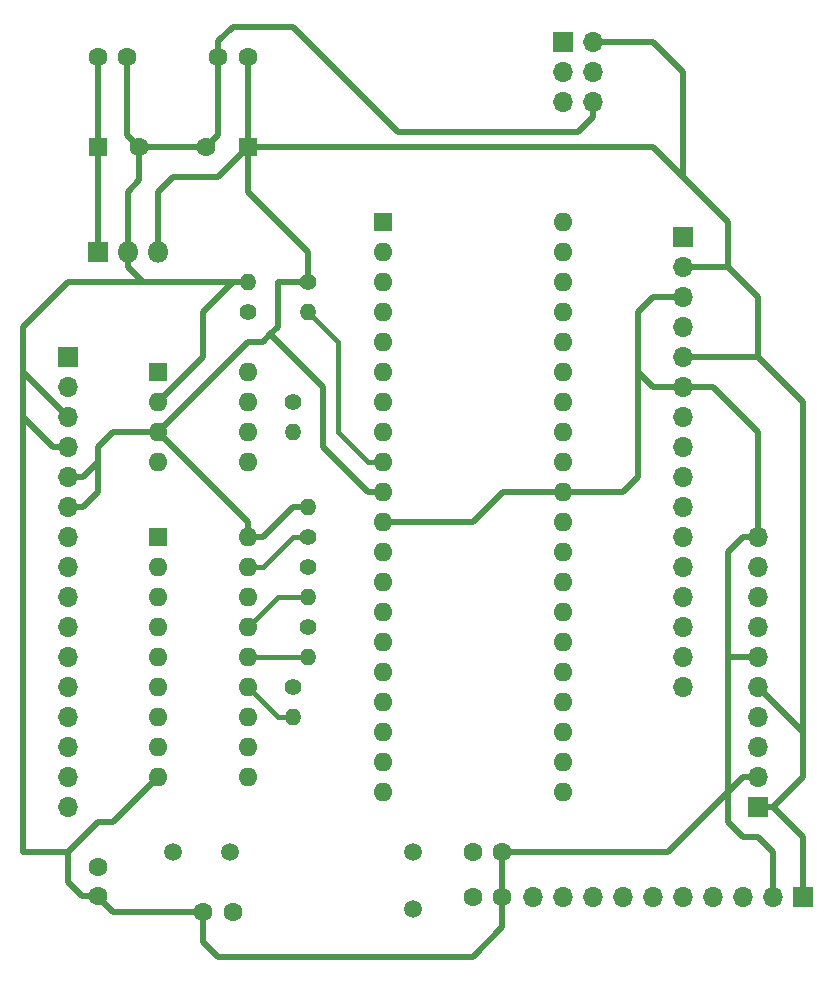
<source format=gbr>
G04 #@! TF.FileFunction,Copper,L2,Bot,Signal*
%FSLAX46Y46*%
G04 Gerber Fmt 4.6, Leading zero omitted, Abs format (unit mm)*
G04 Created by KiCad (PCBNEW 4.0.6) date 07/02/17 06:45:00*
%MOMM*%
%LPD*%
G01*
G04 APERTURE LIST*
%ADD10C,0.100000*%
%ADD11R,1.600000X1.600000*%
%ADD12C,1.600000*%
%ADD13R,1.700000X1.700000*%
%ADD14O,1.700000X1.700000*%
%ADD15C,1.400000*%
%ADD16O,1.400000X1.400000*%
%ADD17O,1.600000X1.600000*%
%ADD18R,1.800000X1.800000*%
%ADD19O,1.800000X1.800000*%
%ADD20C,1.500000*%
%ADD21C,0.500000*%
%ADD22C,0.400000*%
G04 APERTURE END LIST*
D10*
D11*
X46990000Y-29210000D03*
D12*
X50490000Y-29210000D03*
X78740000Y-88900000D03*
X81240000Y-88900000D03*
X78740000Y-92710000D03*
X81240000Y-92710000D03*
X46990000Y-21590000D03*
X49490000Y-21590000D03*
X59690000Y-21590000D03*
X57190000Y-21590000D03*
D11*
X59690000Y-29210000D03*
D12*
X56190000Y-29210000D03*
X46990000Y-90170000D03*
X46990000Y-92670000D03*
X58420000Y-93980000D03*
X55920000Y-93980000D03*
D13*
X96520000Y-36830000D03*
D14*
X96520000Y-39370000D03*
X96520000Y-41910000D03*
X96520000Y-44450000D03*
X96520000Y-46990000D03*
X96520000Y-49530000D03*
X96520000Y-52070000D03*
X96520000Y-54610000D03*
X96520000Y-57150000D03*
X96520000Y-59690000D03*
X96520000Y-62230000D03*
X96520000Y-64770000D03*
X96520000Y-67310000D03*
X96520000Y-69850000D03*
X96520000Y-72390000D03*
X96520000Y-74930000D03*
D13*
X102870000Y-85090000D03*
D14*
X102870000Y-82550000D03*
X102870000Y-80010000D03*
X102870000Y-77470000D03*
X102870000Y-74930000D03*
X102870000Y-72390000D03*
X102870000Y-69850000D03*
X102870000Y-67310000D03*
X102870000Y-64770000D03*
X102870000Y-62230000D03*
D13*
X44450000Y-46990000D03*
D14*
X44450000Y-49530000D03*
X44450000Y-52070000D03*
X44450000Y-54610000D03*
X44450000Y-57150000D03*
X44450000Y-59690000D03*
X44450000Y-62230000D03*
X44450000Y-64770000D03*
X44450000Y-67310000D03*
X44450000Y-69850000D03*
X44450000Y-72390000D03*
X44450000Y-74930000D03*
X44450000Y-77470000D03*
X44450000Y-80010000D03*
X44450000Y-82550000D03*
X44450000Y-85090000D03*
D15*
X64770000Y-40640000D03*
D16*
X64770000Y-43180000D03*
D15*
X59690000Y-43180000D03*
D16*
X59690000Y-40640000D03*
D15*
X63500000Y-50800000D03*
D16*
X63500000Y-53340000D03*
D15*
X64770000Y-69850000D03*
D16*
X64770000Y-72390000D03*
D15*
X64770000Y-64770000D03*
D16*
X64770000Y-67310000D03*
D15*
X63500000Y-74930000D03*
D16*
X63500000Y-77470000D03*
D15*
X64770000Y-62230000D03*
D16*
X64770000Y-59690000D03*
D11*
X71120000Y-35560000D03*
D17*
X86360000Y-83820000D03*
X71120000Y-38100000D03*
X86360000Y-81280000D03*
X71120000Y-40640000D03*
X86360000Y-78740000D03*
X71120000Y-43180000D03*
X86360000Y-76200000D03*
X71120000Y-45720000D03*
X86360000Y-73660000D03*
X71120000Y-48260000D03*
X86360000Y-71120000D03*
X71120000Y-50800000D03*
X86360000Y-68580000D03*
X71120000Y-53340000D03*
X86360000Y-66040000D03*
X71120000Y-55880000D03*
X86360000Y-63500000D03*
X71120000Y-58420000D03*
X86360000Y-60960000D03*
X71120000Y-60960000D03*
X86360000Y-58420000D03*
X71120000Y-63500000D03*
X86360000Y-55880000D03*
X71120000Y-66040000D03*
X86360000Y-53340000D03*
X71120000Y-68580000D03*
X86360000Y-50800000D03*
X71120000Y-71120000D03*
X86360000Y-48260000D03*
X71120000Y-73660000D03*
X86360000Y-45720000D03*
X71120000Y-76200000D03*
X86360000Y-43180000D03*
X71120000Y-78740000D03*
X86360000Y-40640000D03*
X71120000Y-81280000D03*
X86360000Y-38100000D03*
X71120000Y-83820000D03*
X86360000Y-35560000D03*
D18*
X46990000Y-38100000D03*
D19*
X49530000Y-38100000D03*
X52070000Y-38100000D03*
D11*
X52070000Y-48260000D03*
D17*
X59690000Y-55880000D03*
X52070000Y-50800000D03*
X59690000Y-53340000D03*
X52070000Y-53340000D03*
X59690000Y-50800000D03*
X52070000Y-55880000D03*
X59690000Y-48260000D03*
D11*
X52070000Y-62230000D03*
D17*
X59690000Y-82550000D03*
X52070000Y-64770000D03*
X59690000Y-80010000D03*
X52070000Y-67310000D03*
X59690000Y-77470000D03*
X52070000Y-69850000D03*
X59690000Y-74930000D03*
X52070000Y-72390000D03*
X59690000Y-72390000D03*
X52070000Y-74930000D03*
X59690000Y-69850000D03*
X52070000Y-77470000D03*
X59690000Y-67310000D03*
X52070000Y-80010000D03*
X59690000Y-64770000D03*
X52070000Y-82550000D03*
X59690000Y-62230000D03*
D20*
X73660000Y-88900000D03*
X73660000Y-93780000D03*
X53340000Y-88900000D03*
X58220000Y-88900000D03*
D13*
X86360000Y-20320000D03*
D14*
X88900000Y-20320000D03*
X86360000Y-22860000D03*
X88900000Y-22860000D03*
X86360000Y-25400000D03*
X88900000Y-25400000D03*
D13*
X106680000Y-92710000D03*
D14*
X104140000Y-92710000D03*
X101600000Y-92710000D03*
X99060000Y-92710000D03*
X96520000Y-92710000D03*
X93980000Y-92710000D03*
X91440000Y-92710000D03*
X88900000Y-92710000D03*
X86360000Y-92710000D03*
X83820000Y-92710000D03*
D21*
X46990000Y-29210000D02*
X46990000Y-38100000D01*
X46990000Y-21590000D02*
X46990000Y-29210000D01*
X100330000Y-83820000D02*
X100330000Y-86360000D01*
X104140000Y-88900000D02*
X104140000Y-92710000D01*
X102870000Y-87630000D02*
X104140000Y-88900000D01*
X101600000Y-87630000D02*
X102870000Y-87630000D01*
X100330000Y-86360000D02*
X101600000Y-87630000D01*
X44450000Y-54610000D02*
X43180000Y-54610000D01*
X43180000Y-54610000D02*
X40640000Y-52070000D01*
X88900000Y-26670000D02*
X87630000Y-27940000D01*
X71120000Y-26670000D02*
X63500000Y-19050000D01*
X63500000Y-19050000D02*
X58420000Y-19050000D01*
X58420000Y-19050000D02*
X57190000Y-20280000D01*
X57190000Y-21590000D02*
X57190000Y-20280000D01*
X88900000Y-26670000D02*
X88900000Y-25400000D01*
X72390000Y-27940000D02*
X71120000Y-26670000D01*
X87630000Y-27940000D02*
X72390000Y-27940000D01*
X102870000Y-72390000D02*
X100330000Y-72390000D01*
X71120000Y-60960000D02*
X78740000Y-60960000D01*
X81280000Y-58420000D02*
X86360000Y-58420000D01*
X78740000Y-60960000D02*
X81280000Y-58420000D01*
X86360000Y-58420000D02*
X91440000Y-58420000D01*
X92710000Y-57150000D02*
X92710000Y-48260000D01*
X91440000Y-58420000D02*
X92710000Y-57150000D01*
X102870000Y-62230000D02*
X101600000Y-62230000D01*
X100330000Y-63500000D02*
X100330000Y-72390000D01*
X100330000Y-72390000D02*
X100330000Y-83820000D01*
X101600000Y-62230000D02*
X100330000Y-63500000D01*
X102870000Y-62230000D02*
X102870000Y-53340000D01*
X99060000Y-49530000D02*
X96520000Y-49530000D01*
X102870000Y-53340000D02*
X99060000Y-49530000D01*
X44450000Y-88900000D02*
X40640000Y-88900000D01*
X40640000Y-88900000D02*
X40640000Y-52070000D01*
X40640000Y-52070000D02*
X40640000Y-48260000D01*
X55920000Y-93980000D02*
X55920000Y-96560000D01*
X81240000Y-95290000D02*
X81240000Y-92710000D01*
X78740000Y-97790000D02*
X81240000Y-95290000D01*
X57150000Y-97790000D02*
X78740000Y-97790000D01*
X55920000Y-96560000D02*
X57150000Y-97790000D01*
X96520000Y-49530000D02*
X93980000Y-49530000D01*
X93980000Y-41910000D02*
X96520000Y-41910000D01*
X92710000Y-43180000D02*
X93980000Y-41910000D01*
X92710000Y-48260000D02*
X92710000Y-43180000D01*
X93980000Y-49530000D02*
X92710000Y-48260000D01*
X102870000Y-82550000D02*
X101600000Y-82550000D01*
X101600000Y-82550000D02*
X100330000Y-83820000D01*
X95250000Y-88900000D02*
X81240000Y-88900000D01*
X100330000Y-83820000D02*
X95250000Y-88900000D01*
X81240000Y-88900000D02*
X81240000Y-92710000D01*
X46990000Y-92670000D02*
X45680000Y-92670000D01*
X48260000Y-86360000D02*
X52070000Y-82550000D01*
X46990000Y-86360000D02*
X48260000Y-86360000D01*
X44450000Y-88900000D02*
X46990000Y-86360000D01*
X44450000Y-91440000D02*
X44450000Y-88900000D01*
X45680000Y-92670000D02*
X44450000Y-91440000D01*
X55920000Y-93980000D02*
X48260000Y-93980000D01*
X48260000Y-93980000D02*
X46990000Y-92710000D01*
X46990000Y-92710000D02*
X46990000Y-92670000D01*
X44450000Y-52070000D02*
X40640000Y-48260000D01*
X44450000Y-40640000D02*
X50800000Y-40640000D01*
X40640000Y-48260000D02*
X40640000Y-44450000D01*
X40640000Y-44450000D02*
X44450000Y-40640000D01*
X52070000Y-50800000D02*
X55880000Y-46990000D01*
X55880000Y-46990000D02*
X55880000Y-43180000D01*
X55880000Y-43180000D02*
X58420000Y-40640000D01*
X49530000Y-38100000D02*
X49530000Y-39370000D01*
X50800000Y-40640000D02*
X58420000Y-40640000D01*
X58420000Y-40640000D02*
X59690000Y-40640000D01*
X49530000Y-39370000D02*
X50800000Y-40640000D01*
X50490000Y-29210000D02*
X50490000Y-32060000D01*
X49530000Y-33020000D02*
X49530000Y-38100000D01*
X50490000Y-32060000D02*
X49530000Y-33020000D01*
X57190000Y-21590000D02*
X57190000Y-28210000D01*
X57190000Y-28210000D02*
X56190000Y-29210000D01*
X50490000Y-29210000D02*
X56190000Y-29210000D01*
X49490000Y-21590000D02*
X49490000Y-28210000D01*
X49490000Y-28210000D02*
X50490000Y-29210000D01*
X102870000Y-85090000D02*
X104140000Y-85090000D01*
X104140000Y-85090000D02*
X106680000Y-87630000D01*
X106680000Y-87630000D02*
X106680000Y-92710000D01*
X46990000Y-55880000D02*
X46990000Y-58420000D01*
X45720000Y-59690000D02*
X44450000Y-59690000D01*
X46990000Y-58420000D02*
X45720000Y-59690000D01*
X52070000Y-53340000D02*
X48260000Y-53340000D01*
X45720000Y-57150000D02*
X44450000Y-57150000D01*
X46990000Y-55880000D02*
X45720000Y-57150000D01*
X46990000Y-54610000D02*
X46990000Y-55880000D01*
X48260000Y-53340000D02*
X46990000Y-54610000D01*
X88900000Y-20320000D02*
X93980000Y-20320000D01*
X96520000Y-22860000D02*
X96520000Y-31750000D01*
X93980000Y-20320000D02*
X96520000Y-22860000D01*
X59690000Y-62230000D02*
X60960000Y-62230000D01*
X63500000Y-59690000D02*
X64770000Y-59690000D01*
X60960000Y-62230000D02*
X63500000Y-59690000D01*
X59690000Y-62230000D02*
X59690000Y-60960000D01*
X59690000Y-60960000D02*
X52070000Y-53340000D01*
X71120000Y-58420000D02*
X69850000Y-58420000D01*
X66040000Y-49530000D02*
X61595000Y-45085000D01*
X66040000Y-54610000D02*
X66040000Y-49530000D01*
X69850000Y-58420000D02*
X66040000Y-54610000D01*
X100330000Y-39370000D02*
X100330000Y-35560000D01*
X93980000Y-29210000D02*
X59690000Y-29210000D01*
X100330000Y-35560000D02*
X96520000Y-31750000D01*
X96520000Y-31750000D02*
X93980000Y-29210000D01*
X102870000Y-46990000D02*
X102870000Y-41910000D01*
X100330000Y-39370000D02*
X96520000Y-39370000D01*
X102870000Y-41910000D02*
X100330000Y-39370000D01*
X106680000Y-78740000D02*
X106680000Y-50800000D01*
X102870000Y-46990000D02*
X96520000Y-46990000D01*
X106680000Y-50800000D02*
X102870000Y-46990000D01*
X106680000Y-78740000D02*
X102870000Y-74930000D01*
X106680000Y-82550000D02*
X106680000Y-78740000D01*
X104140000Y-85090000D02*
X106680000Y-82550000D01*
X64770000Y-40640000D02*
X62230000Y-40640000D01*
X62230000Y-40640000D02*
X62230000Y-44450000D01*
X62230000Y-44450000D02*
X61595000Y-45085000D01*
X59690000Y-45720000D02*
X52070000Y-53340000D01*
X61595000Y-45085000D02*
X60960000Y-45720000D01*
X60960000Y-45720000D02*
X59690000Y-45720000D01*
X59690000Y-29210000D02*
X59690000Y-33020000D01*
X59690000Y-33020000D02*
X64770000Y-38100000D01*
X64770000Y-38100000D02*
X64770000Y-40640000D01*
X52070000Y-38100000D02*
X52070000Y-33020000D01*
X52070000Y-33020000D02*
X53340000Y-31750000D01*
X53340000Y-31750000D02*
X57150000Y-31750000D01*
X57150000Y-31750000D02*
X59690000Y-29210000D01*
X59690000Y-21590000D02*
X59690000Y-29210000D01*
D22*
X64770000Y-72390000D02*
X59690000Y-72390000D01*
X64770000Y-67310000D02*
X62230000Y-67310000D01*
X60960000Y-68580000D02*
X59690000Y-69850000D01*
X62230000Y-67310000D02*
X60960000Y-68580000D01*
X63500000Y-77470000D02*
X62230000Y-77470000D01*
X62230000Y-77470000D02*
X59690000Y-74930000D01*
X64770000Y-62230000D02*
X63500000Y-62230000D01*
X60960000Y-64770000D02*
X59690000Y-64770000D01*
X63500000Y-62230000D02*
X60960000Y-64770000D01*
X71120000Y-55880000D02*
X69850000Y-55880000D01*
X67310000Y-45720000D02*
X64770000Y-43180000D01*
X67310000Y-53340000D02*
X67310000Y-45720000D01*
X69850000Y-55880000D02*
X67310000Y-53340000D01*
M02*

</source>
